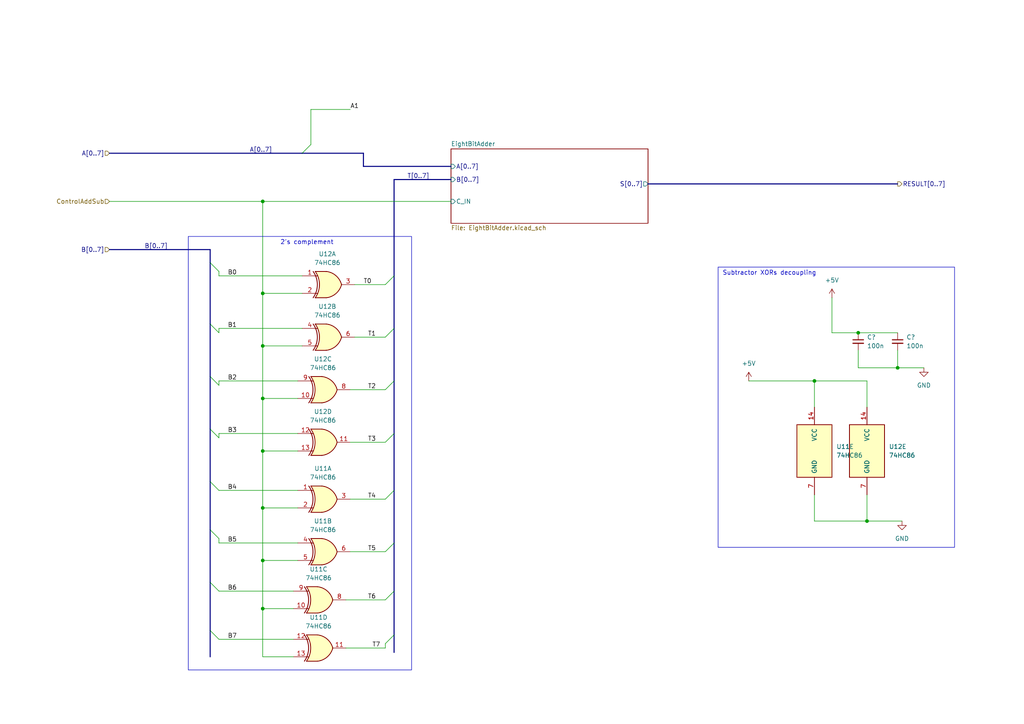
<source format=kicad_sch>
(kicad_sch (version 20230121) (generator eeschema)
  (paper "A4")
  (lib_symbols
    (symbol "74xx:74HC86" (pin_names (offset 1.016))
      (property "Reference" "U" (at 0 1.27 0))
      (property "Value" "74HC86" (at 0 -1.27 0))
      (symbol "74HC86_1_0"
        (arc (start -4.4196 -3.81) (mid -3.2033 0) (end -4.4196 3.81) (stroke (width 0.254)))
        (arc (start -3.81 -3.81) (mid -2.589 0) (end -3.81 3.81) (stroke (width 0.254)))
        (arc (start -0.6096 -3.81) (mid 2.1842 -2.5851) (end 3.81 0) (stroke (width 0.254)) (fill (type background)))
        (polyline (pts (xy -3.81 -3.81) (xy -0.635 -3.81)) (stroke (width 0.254)) (fill (type background)))
        (polyline (pts (xy -3.81 3.81) (xy -0.635 3.81)) (stroke (width 0.254)) (fill (type background)))
        (polyline (pts (xy -0.635 3.81) (xy -3.81 3.81) (xy -3.81 3.81) (xy -3.556 3.4036) (xy -3.0226 2.2606) (xy -2.6924 1.0414) (xy -2.6162 -0.254) (xy -2.7686 -1.4986) (xy -3.175 -2.7178) (xy -3.81 -3.81) (xy -3.81 -3.81) (xy -0.635 -3.81)) (stroke (width -25.4)) (fill (type background)))
        (arc (start 3.81 0) (mid 2.1915 2.5936) (end -0.6096 3.81) (stroke (width 0.254)) (fill (type background)))
        (pin input line (at -7.62 2.54 0) (length 4.445) (name "~") (number "1"))
        (pin input line (at -7.62 -2.54 0) (length 4.445) (name "~") (number "2"))
        (pin output line (at 7.62 0 180) (length 3.81) (name "~") (number "3"))
      )
      (symbol "74HC86_1_1"
        (polyline (pts (xy -3.81 -2.54) (xy -3.175 -2.54)) (stroke (width 0.1524)))
        (polyline (pts (xy -3.81 2.54) (xy -3.175 2.54)) (stroke (width 0.1524)))
      )
      (symbol "74HC86_2_0"
        (arc (start -4.4196 -3.81) (mid -3.2033 0) (end -4.4196 3.81) (stroke (width 0.254)))
        (arc (start -3.81 -3.81) (mid -2.589 0) (end -3.81 3.81) (stroke (width 0.254)))
        (arc (start -0.6096 -3.81) (mid 2.1842 -2.5851) (end 3.81 0) (stroke (width 0.254)) (fill (type background)))
        (polyline (pts (xy -3.81 -3.81) (xy -0.635 -3.81)) (stroke (width 0.254)) (fill (type background)))
        (polyline (pts (xy -3.81 3.81) (xy -0.635 3.81)) (stroke (width 0.254)) (fill (type background)))
        (polyline (pts (xy -0.635 3.81) (xy -3.81 3.81) (xy -3.81 3.81) (xy -3.556 3.4036) (xy -3.0226 2.2606) (xy -2.6924 1.0414) (xy -2.6162 -0.254) (xy -2.7686 -1.4986) (xy -3.175 -2.7178) (xy -3.81 -3.81) (xy -3.81 -3.81) (xy -0.635 -3.81)) (stroke (width -25.4)) (fill (type background)))
        (arc (start 3.81 0) (mid 2.1915 2.5936) (end -0.6096 3.81) (stroke (width 0.254)) (fill (type background)))
        (pin input line (at -7.62 2.54 0) (length 4.445) (name "~") (number "4"))
        (pin input line (at -7.62 -2.54 0) (length 4.445) (name "~") (number "5"))
        (pin output line (at 7.62 0 180) (length 3.81) (name "~") (number "6"))
      )
      (symbol "74HC86_2_1"
        (polyline (pts (xy -3.81 -2.54) (xy -3.175 -2.54)) (stroke (width 0.1524)))
        (polyline (pts (xy -3.81 2.54) (xy -3.175 2.54)) (stroke (width 0.1524)))
      )
      (symbol "74HC86_3_0"
        (arc (start -4.4196 -3.81) (mid -3.2033 0) (end -4.4196 3.81) (stroke (width 0.254)))
        (arc (start -3.81 -3.81) (mid -2.589 0) (end -3.81 3.81) (stroke (width 0.254)))
        (arc (start -0.6096 -3.81) (mid 2.1842 -2.5851) (end 3.81 0) (stroke (width 0.254)) (fill (type background)))
        (polyline (pts (xy -3.81 -3.81) (xy -0.635 -3.81)) (stroke (width 0.254)) (fill (type background)))
        (polyline (pts (xy -3.81 3.81) (xy -0.635 3.81)) (stroke (width 0.254)) (fill (type background)))
        (polyline (pts (xy -0.635 3.81) (xy -3.81 3.81) (xy -3.81 3.81) (xy -3.556 3.4036) (xy -3.0226 2.2606) (xy -2.6924 1.0414) (xy -2.6162 -0.254) (xy -2.7686 -1.4986) (xy -3.175 -2.7178) (xy -3.81 -3.81) (xy -3.81 -3.81) (xy -0.635 -3.81)) (stroke (width -25.4)) (fill (type background)))
        (arc (start 3.81 0) (mid 2.1915 2.5936) (end -0.6096 3.81) (stroke (width 0.254)) (fill (type background)))
        (pin input line (at -7.62 -2.54 0) (length 4.445) (name "~") (number "10"))
        (pin output line (at 7.62 0 180) (length 3.81) (name "~") (number "8"))
        (pin input line (at -7.62 2.54 0) (length 4.445) (name "~") (number "9"))
      )
      (symbol "74HC86_3_1"
        (polyline (pts (xy -3.81 -2.54) (xy -3.175 -2.54)) (stroke (width 0.1524)))
        (polyline (pts (xy -3.81 2.54) (xy -3.175 2.54)) (stroke (width 0.1524)))
      )
      (symbol "74HC86_4_0"
        (arc (start -4.4196 -3.81) (mid -3.2033 0) (end -4.4196 3.81) (stroke (width 0.254)))
        (arc (start -3.81 -3.81) (mid -2.589 0) (end -3.81 3.81) (stroke (width 0.254)))
        (arc (start -0.6096 -3.81) (mid 2.1842 -2.5851) (end 3.81 0) (stroke (width 0.254)) (fill (type background)))
        (polyline (pts (xy -3.81 -3.81) (xy -0.635 -3.81)) (stroke (width 0.254)) (fill (type background)))
        (polyline (pts (xy -3.81 3.81) (xy -0.635 3.81)) (stroke (width 0.254)) (fill (type background)))
        (polyline (pts (xy -0.635 3.81) (xy -3.81 3.81) (xy -3.81 3.81) (xy -3.556 3.4036) (xy -3.0226 2.2606) (xy -2.6924 1.0414) (xy -2.6162 -0.254) (xy -2.7686 -1.4986) (xy -3.175 -2.7178) (xy -3.81 -3.81) (xy -3.81 -3.81) (xy -0.635 -3.81)) (stroke (width -25.4)) (fill (type background)))
        (arc (start 3.81 0) (mid 2.1915 2.5936) (end -0.6096 3.81) (stroke (width 0.254)) (fill (type background)))
        (pin output line (at 7.62 0 180) (length 3.81) (name "~") (number "11"))
        (pin input line (at -7.62 2.54 0) (length 4.445) (name "~") (number "12"))
        (pin input line (at -7.62 -2.54 0) (length 4.445) (name "~") (number "13"))
      )
      (symbol "74HC86_4_1"
        (polyline (pts (xy -3.81 -2.54) (xy -3.175 -2.54)) (stroke (width 0.1524)))
        (polyline (pts (xy -3.81 2.54) (xy -3.175 2.54)) (stroke (width 0.1524)))
      )
      (symbol "74HC86_5_0"
        (pin power_in line (at 0 12.7 270) (length 5.08) (name "VCC") (number "14"))
        (pin power_in line (at 0 -12.7 90) (length 5.08) (name "GND") (number "7"))
      )
      (symbol "74HC86_5_1"
        (rectangle (start -5.08 7.62) (end 5.08 -7.62) (stroke (width 0.254)) (fill (type background)))
      )
    )
    (symbol "Device:C_Small" (pin_numbers hide) (pin_names (offset 0.254) hide)
      (property "Reference" "C" (at 0.254 1.778 0))
      (property "Value" "C_Small" (at 0.254 -2.032 0))
      (symbol "C_Small_0_1"
        (polyline (pts (xy -1.524 -0.508) (xy 1.524 -0.508)) (stroke (width 0.3302)))
        (polyline (pts (xy -1.524 0.508) (xy 1.524 0.508)) (stroke (width 0.3048)))
      )
      (symbol "C_Small_1_1"
        (pin passive line (at 0 2.54 270) (length 2.032) (name "~") (number "1"))
        (pin passive line (at 0 -2.54 90) (length 2.032) (name "~") (number "2"))
      )
    )
    (symbol "power:+5V" (power) (pin_names (offset 0))
      (property "Value" "+5V" (at 0 3.556 0))
      (symbol "+5V_0_1"
        (polyline (pts (xy -0.762 1.27) (xy 0 2.54)))
        (polyline (pts (xy 0 0) (xy 0 2.54)))
        (polyline (pts (xy 0 2.54) (xy 0.762 1.27)))
      )
      (symbol "+5V_1_1"
        (pin power_in line (at 0 0 90) (length 0) hide (name "+5V") (number "1"))
      )
    )
    (symbol "power:GND" (power) (pin_names (offset 0))
      (property "Value" "GND" (at 0 -3.81 0))
      (symbol "GND_0_1"
        (polyline (pts (xy 0 0) (xy 0 -1.27) (xy 1.27 -1.27) (xy 0 -2.54) (xy -1.27 -1.27) (xy 0 -1.27)))
      )
      (symbol "GND_1_1"
        (pin power_in line (at 0 0 270) (length 0) hide (name "GND") (number "1"))
      )
    )
  )
  (junction (at 76.2 58.42))
  (junction (at 76.2 100.33))
  (junction (at 76.2 147.32))
  (junction (at 248.92 96.52))
  (junction (at 251.46 151.13))
  (junction (at 76.2 162.56))
  (junction (at 76.2 130.81))
  (junction (at 76.2 115.57))
  (junction (at 260.35 106.68))
  (junction (at 236.22 110.49))
  (junction (at 76.2 176.53))
  (junction (at 76.2 85.09))
  (bus_entry (at 111.76 82.55) (size 2.54 -2.54))
  (bus_entry (at 60.96 182.88) (size 2.54 2.54))
  (bus_entry (at 111.76 128.27) (size 2.54 -2.54))
  (bus_entry (at 60.96 168.91) (size 2.54 2.54))
  (bus_entry (at 60.96 76.2) (size 2.54 2.54))
  (bus_entry (at 60.96 139.7) (size 2.54 2.54))
  (bus_entry (at 111.76 186.69) (size 2.54 -2.54))
  (bus_entry (at 60.96 93.98) (size 2.54 2.54))
  (bus_entry (at 60.96 153.67) (size 2.54 2.54))
  (bus_entry (at 111.76 97.79) (size 2.54 -2.54))
  (bus_entry (at 87.63 44.45) (size 2.54 -2.54))
  (bus_entry (at 60.96 109.22) (size 2.54 2.54))
  (bus_entry (at 111.76 160.02) (size 2.54 -2.54))
  (bus_entry (at 60.96 124.46) (size 2.54 2.54))
  (bus_entry (at 111.76 113.03) (size 2.54 -2.54))
  (bus_entry (at 111.76 173.99) (size 2.54 -2.54))
  (bus_entry (at 111.76 144.78) (size 2.54 -2.54))
  (bus (pts (xy 87.63 44.45) (xy 105.41 44.45)))
  (bus (pts (xy 114.3 171.45) (xy 114.3 184.15)))
  (bus (pts (xy 31.75 72.39) (xy 60.96 72.39)))
  (wire (pts (xy 248.92 96.52) (xy 260.35 96.52)))
  (wire (pts (xy 251.46 151.13) (xy 261.62 151.13)))
  (bus (pts (xy 60.96 124.46) (xy 60.96 139.7)))
  (wire (pts (xy 111.76 187.96) (xy 111.76 186.69)))
  (bus (pts (xy 60.96 76.2) (xy 60.96 93.98)))
  (bus (pts (xy 60.96 168.91) (xy 60.96 182.88)))
  (wire (pts (xy 251.46 143.51) (xy 251.46 151.13)))
  (wire (pts (xy 86.36 115.57) (xy 76.2 115.57)))
  (wire (pts (xy 100.33 187.96) (xy 111.76 187.96)))
  (bus (pts (xy 114.3 52.07) (xy 114.3 80.01)))
  (wire (pts (xy 86.36 147.32) (xy 76.2 147.32)))
  (wire (pts (xy 90.17 31.75) (xy 101.6 31.75)))
  (wire (pts (xy 31.75 58.42) (xy 76.2 58.42)))
  (bus (pts (xy 114.3 95.25) (xy 114.3 110.49)))
  (wire (pts (xy 102.87 97.79) (xy 111.76 97.79)))
  (bus (pts (xy 114.3 125.73) (xy 114.3 142.24)))
  (wire (pts (xy 86.36 110.49) (xy 63.5 110.49)))
  (wire (pts (xy 241.3 86.36) (xy 241.3 96.52)))
  (bus (pts (xy 114.3 157.48) (xy 114.3 171.45)))
  (bus (pts (xy 114.3 142.24) (xy 114.3 157.48)))
  (wire (pts (xy 86.36 125.73) (xy 63.5 125.73)))
  (wire (pts (xy 251.46 110.49) (xy 236.22 110.49)))
  (wire (pts (xy 87.63 95.25) (xy 63.5 95.25)))
  (wire (pts (xy 86.36 162.56) (xy 76.2 162.56)))
  (wire (pts (xy 248.92 106.68) (xy 248.92 101.6)))
  (wire (pts (xy 63.5 110.49) (xy 63.5 111.76)))
  (wire (pts (xy 76.2 100.33) (xy 76.2 115.57)))
  (wire (pts (xy 85.09 190.5) (xy 76.2 190.5)))
  (wire (pts (xy 236.22 151.13) (xy 251.46 151.13)))
  (wire (pts (xy 217.17 110.49) (xy 236.22 110.49)))
  (bus (pts (xy 105.41 44.45) (xy 105.41 48.26)))
  (wire (pts (xy 63.5 185.42) (xy 85.09 185.42)))
  (wire (pts (xy 63.5 171.45) (xy 85.09 171.45)))
  (wire (pts (xy 236.22 143.51) (xy 236.22 151.13)))
  (wire (pts (xy 101.6 128.27) (xy 111.76 128.27)))
  (wire (pts (xy 76.2 190.5) (xy 76.2 176.53)))
  (wire (pts (xy 101.6 113.03) (xy 111.76 113.03)))
  (bus (pts (xy 114.3 110.49) (xy 114.3 125.73)))
  (bus (pts (xy 60.96 139.7) (xy 60.96 153.67)))
  (wire (pts (xy 63.5 95.25) (xy 63.5 96.52)))
  (bus (pts (xy 60.96 182.88) (xy 60.96 190.5)))
  (wire (pts (xy 241.3 96.52) (xy 248.92 96.52)))
  (wire (pts (xy 85.09 176.53) (xy 76.2 176.53)))
  (wire (pts (xy 260.35 106.68) (xy 248.92 106.68)))
  (bus (pts (xy 60.96 153.67) (xy 60.96 168.91)))
  (wire (pts (xy 86.36 130.81) (xy 76.2 130.81)))
  (bus (pts (xy 60.96 109.22) (xy 60.96 124.46)))
  (wire (pts (xy 76.2 147.32) (xy 76.2 130.81)))
  (wire (pts (xy 63.5 157.48) (xy 63.5 156.21)))
  (wire (pts (xy 76.2 147.32) (xy 76.2 162.56)))
  (bus (pts (xy 60.96 93.98) (xy 60.96 109.22)))
  (wire (pts (xy 102.87 82.55) (xy 111.76 82.55)))
  (bus (pts (xy 60.96 72.39) (xy 60.96 76.2)))
  (bus (pts (xy 187.96 53.34) (xy 260.35 53.34)))
  (bus (pts (xy 105.41 48.26) (xy 130.81 48.26)))
  (wire (pts (xy 63.5 142.24) (xy 86.36 142.24)))
  (bus (pts (xy 114.3 80.01) (xy 114.3 95.25)))
  (wire (pts (xy 63.5 80.01) (xy 63.5 78.74)))
  (wire (pts (xy 236.22 110.49) (xy 236.22 118.11)))
  (bus (pts (xy 114.3 52.07) (xy 130.81 52.07)))
  (wire (pts (xy 267.97 106.68) (xy 260.35 106.68)))
  (wire (pts (xy 90.17 41.91) (xy 90.17 31.75)))
  (wire (pts (xy 260.35 106.68) (xy 260.35 101.6)))
  (bus (pts (xy 114.3 184.15) (xy 114.3 189.23)))
  (wire (pts (xy 76.2 115.57) (xy 76.2 130.81)))
  (wire (pts (xy 63.5 125.73) (xy 63.5 127)))
  (wire (pts (xy 86.36 157.48) (xy 63.5 157.48)))
  (wire (pts (xy 63.5 80.01) (xy 87.63 80.01)))
  (wire (pts (xy 76.2 176.53) (xy 76.2 162.56)))
  (wire (pts (xy 87.63 85.09) (xy 76.2 85.09)))
  (wire (pts (xy 76.2 85.09) (xy 76.2 58.42)))
  (wire (pts (xy 251.46 118.11) (xy 251.46 110.49)))
  (wire (pts (xy 76.2 100.33) (xy 76.2 85.09)))
  (wire (pts (xy 76.2 58.42) (xy 130.81 58.42)))
  (bus (pts (xy 31.75 44.45) (xy 87.63 44.45)))
  (wire (pts (xy 101.6 160.02) (xy 111.76 160.02)))
  (wire (pts (xy 100.33 173.99) (xy 111.76 173.99)))
  (wire (pts (xy 101.6 144.78) (xy 111.76 144.78)))
  (wire (pts (xy 87.63 100.33) (xy 76.2 100.33)))
  (rectangle (start 54.61 68.58) (end 119.38 194.31))
  (rectangle (start 208.28 77.47) (end 276.86 158.75))
  (text "2's complement" (at 81.28 71.12 0) (effects (font (size 1.27 1.27)) (justify left bottom)))
  (text "Subtractor XORs decoupling" (at 209.55 80.01 0) (effects (font (size 1.27 1.27)) (justify left bottom)))
  (label "T5" (at 106.68 160.02 0))
  (label "T2" (at 106.68 113.03 0))
  (label "B2" (at 66.04 110.49 0))
  (label "A1" (at 101.6 31.75 0))
  (label "T3" (at 106.68 128.27 0))
  (label "T[0..7]" (at 118.11 52.07 0))
  (label "B1" (at 66.04 95.25 0))
  (label "B5" (at 66.04 157.48 0))
  (label "B6" (at 66.04 171.45 0))
  (label "B3" (at 66.04 125.73 0))
  (label "A[0..7]" (at 72.39 44.45 0))
  (label "T0" (at 105.41 82.55 0))
  (label "B7" (at 66.04 185.42 0))
  (label "T6" (at 106.68 173.99 0))
  (label "B[0..7]" (at 41.91 72.39 0))
  (label "B4" (at 66.04 142.24 0))
  (label "T1" (at 106.68 97.79 0))
  (label "T7" (at 107.95 187.96 0))
  (label "B0" (at 66.04 80.01 0))
  (label "T4" (at 106.68 144.78 0))
  (hierarchical_label "RESULT[0..7]" (shape output) (at 260.35 53.34 0))
  (hierarchical_label "ControlAddSub" (shape input) (at 31.75 58.42 180))
  (hierarchical_label "B[0..7]" (shape input) (at 31.75 72.39 180))
  (hierarchical_label "A[0..7]" (shape input) (at 31.75 44.45 180))
  (symbol (lib_id "Device:C_Small") (at 260.35 99.06 0) (unit 1)
    (property "Reference" "C?" (at 262.89 97.7963 0) (effects (justify left)))
    (property "Value" "100n" (at 262.89 100.3363 0) (effects (justify left)))
    (property "Footprint" "Capacitor_SMD:C_0402_1005Metric" (effects hide))
    (instances (project "alu" (path "" (reference "C?") (unit 1)) (path "" (reference "C?") (unit 1)) (path "" (reference "C12") (unit 1))))
  )
  (symbol (lib_id "74xx:74HC86") (at 95.25 82.55 0) (unit 1)
    (property "Reference" "U12" (at 94.9452 73.66 0))
    (property "Value" "74HC86" (at 94.9452 76.2 0))
    (property "Footprint" "Package_SO:TSSOP-14_4.4x5mm_P0.65mm" (effects hide))
    (property "Datasheet" "http://www.ti.com/lit/gpn/sn74HC86" (effects hide))
  )
  (symbol (lib_id "74xx:74HC86") (at 95.25 97.79 0) (unit 2)
    (property "Reference" "U12" (at 94.9452 88.9 0))
    (property "Value" "74HC86" (at 94.9452 91.44 0))
    (property "Footprint" "Package_SO:TSSOP-14_4.4x5mm_P0.65mm" (effects hide))
    (property "Datasheet" "http://www.ti.com/lit/gpn/sn74HC86" (effects hide))
  )
  (symbol (lib_id "power:+5V") (at 217.17 110.49 0) (unit 1)
    (property "Reference" "#PWR?" (effects hide))
    (property "Value" "+5V" (at 217.17 105.41 0))
    (instances (project "alu" (path "" (reference "#PWR?") (unit 1)) (path "" (reference "#PWR?") (unit 1)) (path "" (reference "#PWR09") (unit 1))))
  )
  (symbol (lib_id "power:GND") (at 267.97 106.68 0) (unit 1)
    (property "Reference" "#PWR012" (effects hide))
    (property "Value" "GND" (at 267.97 111.76 0))
  )
  (symbol (lib_id "74xx:74HC86") (at 92.71 187.96 0) (unit 4)
    (property "Reference" "U11" (at 92.4052 179.07 0))
    (property "Value" "74HC86" (at 92.4052 181.61 0))
    (property "Footprint" "Package_SO:TSSOP-14_4.4x5mm_P0.65mm" (effects hide))
    (property "Datasheet" "http://www.ti.com/lit/gpn/sn74HC86" (effects hide))
  )
  (symbol (lib_id "74xx:74HC86") (at 92.71 173.99 0) (unit 3)
    (property "Reference" "U11" (at 92.4052 165.1 0))
    (property "Value" "74HC86" (at 92.4052 167.64 0))
    (property "Footprint" "Package_SO:TSSOP-14_4.4x5mm_P0.65mm" (effects hide))
    (property "Datasheet" "http://www.ti.com/lit/gpn/sn74HC86" (effects hide))
  )
  (symbol (lib_id "74xx:74HC86") (at 236.22 130.81 0) (unit 5)
    (property "Reference" "U11" (at 242.57 129.54 0) (effects (justify left)))
    (property "Value" "74HC86" (at 242.57 132.08 0) (effects (justify left)))
    (property "Footprint" "Package_SO:TSSOP-14_4.4x5mm_P0.65mm" (effects hide))
    (property "Datasheet" "http://www.ti.com/lit/gpn/sn74HC86" (effects hide))
  )
  (symbol (lib_id "power:+5V") (at 241.3 86.36 0) (unit 1)
    (property "Reference" "#PWR?" (effects hide))
    (property "Value" "+5V" (at 241.3 81.28 0))
    (instances (project "alu" (path "" (reference "#PWR?") (unit 1)) (path "" (reference "#PWR?") (unit 1)) (path "" (reference "#PWR010") (unit 1))))
  )
  (symbol (lib_id "74xx:74HC86") (at 93.98 128.27 0) (unit 4)
    (property "Reference" "U12" (at 93.6752 119.38 0))
    (property "Value" "74HC86" (at 93.6752 121.92 0))
    (property "Footprint" "Package_SO:TSSOP-14_4.4x5mm_P0.65mm" (effects hide))
    (property "Datasheet" "http://www.ti.com/lit/gpn/sn74HC86" (effects hide))
  )
  (symbol (lib_id "74xx:74HC86") (at 93.98 160.02 0) (unit 2)
    (property "Reference" "U11" (at 93.6752 151.13 0))
    (property "Value" "74HC86" (at 93.6752 153.67 0))
    (property "Footprint" "Package_SO:TSSOP-14_4.4x5mm_P0.65mm" (effects hide))
    (property "Datasheet" "http://www.ti.com/lit/gpn/sn74HC86" (effects hide))
  )
  (symbol (lib_id "power:GND") (at 261.62 151.13 0) (unit 1)
    (property "Reference" "#PWR011" (effects hide))
    (property "Value" "GND" (at 261.62 156.21 0))
  )
  (symbol (lib_id "74xx:74HC86") (at 251.46 130.81 0) (unit 5)
    (property "Reference" "U12" (at 257.81 129.54 0) (effects (justify left)))
    (property "Value" "74HC86" (at 257.81 132.08 0) (effects (justify left)))
    (property "Footprint" "Package_SO:TSSOP-14_4.4x5mm_P0.65mm" (effects hide))
    (property "Datasheet" "http://www.ti.com/lit/gpn/sn74HC86" (effects hide))
  )
  (symbol (lib_id "Device:C_Small") (at 248.92 99.06 0) (unit 1)
    (property "Reference" "C?" (at 251.46 97.7963 0) (effects (justify left)))
    (property "Value" "100n" (at 251.46 100.3363 0) (effects (justify left)))
    (property "Footprint" "Capacitor_SMD:C_0402_1005Metric" (effects hide))
    (instances (project "alu" (path "" (reference "C?") (unit 1)) (path "" (reference "C?") (unit 1)) (path "" (reference "C11") (unit 1))))
  )
  (symbol (lib_id "74xx:74HC86") (at 93.98 144.78 0) (unit 1)
    (property "Reference" "U11" (at 93.6752 135.89 0))
    (property "Value" "74HC86" (at 93.6752 138.43 0))
    (property "Footprint" "Package_SO:TSSOP-14_4.4x5mm_P0.65mm" (effects hide))
    (property "Datasheet" "http://www.ti.com/lit/gpn/sn74HC86" (effects hide))
  )
  (symbol (lib_id "74xx:74HC86") (at 93.98 113.03 0) (unit 3)
    (property "Reference" "U12" (at 93.6752 104.14 0))
    (property "Value" "74HC86" (at 93.6752 106.68 0))
    (property "Footprint" "Package_SO:TSSOP-14_4.4x5mm_P0.65mm" (effects hide))
    (property "Datasheet" "http://www.ti.com/lit/gpn/sn74HC86" (effects hide))
  )
  (sheet (at 130.81 43.18) (size 57.15 21.59) (stroke (width 0.1524))
    (property "Sheetname" "EightBitAdder" (at 130.81 42.4684 0) (effects (justify left bottom)))
    (property "Sheetfile" "EightBitAdder.kicad_sch" (at 130.81 65.3546 0) (effects (justify left top)))
    (pin "C_IN" input (at 130.81 58.42 180))
    (pin "A[0..7]" input (at 130.81 48.26 180))
    (pin "B[0..7]" input (at 130.81 52.07 180))
    (pin "S[0..7]" output (at 187.96 53.34 0))
  )
)
</source>
